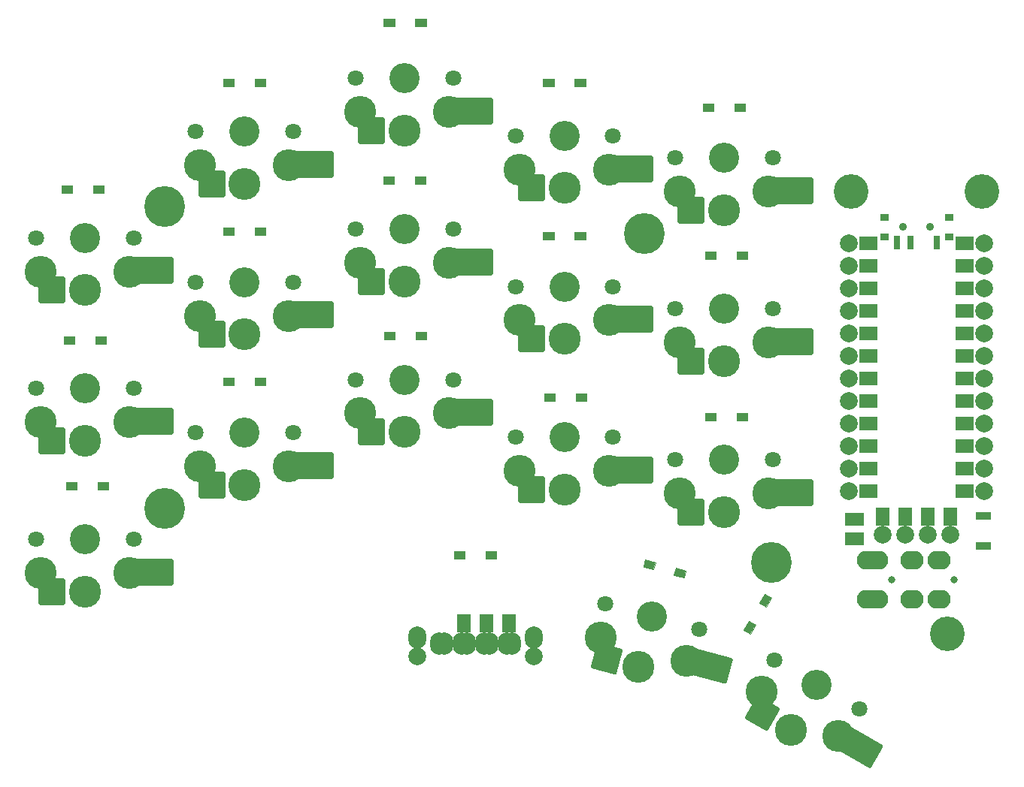
<source format=gts>
G04 #@! TF.GenerationSoftware,KiCad,Pcbnew,7.0.2-0*
G04 #@! TF.CreationDate,2023-07-28T20:14:38+02:00*
G04 #@! TF.ProjectId,arkenswoop,61726b65-6e73-4776-9f6f-702e6b696361,0.6.1*
G04 #@! TF.SameCoordinates,Original*
G04 #@! TF.FileFunction,Soldermask,Top*
G04 #@! TF.FilePolarity,Negative*
%FSLAX46Y46*%
G04 Gerber Fmt 4.6, Leading zero omitted, Abs format (unit mm)*
G04 Created by KiCad (PCBNEW 7.0.2-0) date 2023-07-28 20:14:38*
%MOMM*%
%LPD*%
G01*
G04 APERTURE LIST*
G04 Aperture macros list*
%AMRoundRect*
0 Rectangle with rounded corners*
0 $1 Rounding radius*
0 $2 $3 $4 $5 $6 $7 $8 $9 X,Y pos of 4 corners*
0 Add a 4 corners polygon primitive as box body*
4,1,4,$2,$3,$4,$5,$6,$7,$8,$9,$2,$3,0*
0 Add four circle primitives for the rounded corners*
1,1,$1+$1,$2,$3*
1,1,$1+$1,$4,$5*
1,1,$1+$1,$6,$7*
1,1,$1+$1,$8,$9*
0 Add four rect primitives between the rounded corners*
20,1,$1+$1,$2,$3,$4,$5,0*
20,1,$1+$1,$4,$5,$6,$7,0*
20,1,$1+$1,$6,$7,$8,$9,0*
20,1,$1+$1,$8,$9,$2,$3,0*%
%AMFreePoly0*
4,1,22,0.686777,0.580194,0.756366,0.524698,0.794986,0.444504,0.800000,0.400000,0.800000,0.200000,0.780194,0.113223,0.741421,0.058579,0.141421,-0.541421,0.066056,-0.588777,-0.022393,-0.598742,-0.106406,-0.569345,-0.141421,-0.541421,-0.741421,0.058579,-0.788777,0.133944,-0.800000,0.200000,-0.800000,0.400000,-0.780194,0.486777,-0.724698,0.556366,-0.644504,0.594986,-0.600000,0.600000,
0.600000,0.600000,0.686777,0.580194,0.686777,0.580194,$1*%
%AMFreePoly1*
4,1,26,0.706406,1.169345,0.769345,1.106406,0.798742,1.022393,0.800000,1.000000,0.800000,-0.250000,0.780194,-0.336777,0.724698,-0.406366,0.644504,-0.444986,0.600000,-0.450000,-0.600000,-0.450000,-0.686777,-0.430194,-0.756366,-0.374698,-0.794986,-0.294504,-0.800000,-0.250000,-0.800000,1.000000,-0.780194,1.086777,-0.724698,1.156366,-0.644504,1.194986,-0.555496,1.194986,-0.475302,1.156366,
-0.458579,1.141421,0.000000,0.682842,0.458579,1.141421,0.533944,1.188777,0.622393,1.198742,0.706406,1.169345,0.706406,1.169345,$1*%
G04 Aperture macros list end*
%ADD10C,0.100000*%
%ADD11C,2.000000*%
%ADD12FreePoly0,180.000000*%
%ADD13FreePoly1,180.000000*%
%ADD14FreePoly0,90.000000*%
%ADD15FreePoly0,270.000000*%
%ADD16FreePoly1,270.000000*%
%ADD17FreePoly1,90.000000*%
%ADD18C,0.900000*%
%ADD19C,3.900000*%
%ADD20C,0.800000*%
%ADD21O,2.600000X2.100000*%
%ADD22O,2.000000X2.500000*%
%ADD23C,1.800000*%
%ADD24C,3.600000*%
%ADD25C,3.400000*%
%ADD26RoundRect,0.200000X2.400000X-1.300000X2.400000X1.300000X-2.400000X1.300000X-2.400000X-1.300000X0*%
%ADD27RoundRect,0.200000X1.300000X-1.300000X1.300000X1.300000X-1.300000X1.300000X-1.300000X-1.300000X0*%
%ADD28RoundRect,0.200000X1.428461X-2.325833X2.728461X-0.074167X-1.428461X2.325833X-2.728461X0.074167X0*%
%ADD29RoundRect,0.200000X0.475833X-1.775833X1.775833X0.475833X-0.475833X1.775833X-1.775833X-0.475833X0*%
%ADD30RoundRect,0.200000X1.981757X-1.876869X2.654687X0.634538X-1.981757X1.876869X-2.654687X-0.634538X0*%
%ADD31RoundRect,0.200000X0.919239X-1.592168X1.592168X0.919239X-0.919239X1.592168X-1.592168X-0.919239X0*%
%ADD32C,4.600000*%
G04 APERTURE END LIST*
D10*
X166668438Y-119348911D02*
X165652438Y-119348911D01*
X165652438Y-118332911D01*
X166668438Y-118332911D01*
X166668438Y-119348911D01*
G36*
X166668438Y-119348911D02*
G01*
X165652438Y-119348911D01*
X165652438Y-118332911D01*
X166668438Y-118332911D01*
X166668438Y-119348911D01*
G37*
X161588438Y-119348911D02*
X160572438Y-119348911D01*
X160572438Y-118332911D01*
X161588438Y-118332911D01*
X161588438Y-119348911D01*
G36*
X161588438Y-119348911D02*
G01*
X160572438Y-119348911D01*
X160572438Y-118332911D01*
X161588438Y-118332911D01*
X161588438Y-119348911D01*
G37*
X164128438Y-119348911D02*
X163112438Y-119348911D01*
X163112438Y-118332911D01*
X164128438Y-118332911D01*
X164128438Y-119348911D01*
G36*
X164128438Y-119348911D02*
G01*
X163112438Y-119348911D01*
X163112438Y-118332911D01*
X164128438Y-118332911D01*
X164128438Y-119348911D01*
G37*
X169208438Y-119348911D02*
X168192438Y-119348911D01*
X168192438Y-118332911D01*
X169208438Y-118332911D01*
X169208438Y-119348911D01*
G36*
X169208438Y-119348911D02*
G01*
X168192438Y-119348911D01*
X168192438Y-118332911D01*
X169208438Y-118332911D01*
X169208438Y-119348911D01*
G37*
X173180034Y-118952819D02*
X171580034Y-118952819D01*
X171580034Y-118152819D01*
X173180034Y-118152819D01*
X173180034Y-118952819D01*
G36*
X173180034Y-118952819D02*
G01*
X171580034Y-118952819D01*
X171580034Y-118152819D01*
X173180034Y-118152819D01*
X173180034Y-118952819D01*
G37*
X173180034Y-122352819D02*
X171580034Y-122352819D01*
X171580034Y-121552819D01*
X173180034Y-121552819D01*
X173180034Y-122352819D01*
G36*
X173180034Y-122352819D02*
G01*
X171580034Y-122352819D01*
X171580034Y-121552819D01*
X173180034Y-121552819D01*
X173180034Y-122352819D01*
G37*
X158857431Y-119649964D02*
X156857431Y-119649964D01*
X156857431Y-118249964D01*
X158857431Y-118249964D01*
X158857431Y-119649964D01*
G36*
X158857431Y-119649964D02*
G01*
X156857431Y-119649964D01*
X156857431Y-118249964D01*
X158857431Y-118249964D01*
X158857431Y-119649964D01*
G37*
X158857431Y-121851406D02*
X156857431Y-121851406D01*
X156857431Y-120451406D01*
X158857431Y-120451406D01*
X158857431Y-121851406D01*
G36*
X158857431Y-121851406D02*
G01*
X156857431Y-121851406D01*
X156857431Y-120451406D01*
X158857431Y-120451406D01*
X158857431Y-121851406D01*
G37*
X159810259Y-103641222D02*
X158794259Y-103641222D01*
X158794259Y-102625222D01*
X159810259Y-102625222D01*
X159810259Y-103641222D01*
G36*
X159810259Y-103641222D02*
G01*
X158794259Y-103641222D01*
X158794259Y-102625222D01*
X159810259Y-102625222D01*
X159810259Y-103641222D01*
G37*
X170986259Y-103641222D02*
X169970259Y-103641222D01*
X169970259Y-102625222D01*
X170986259Y-102625222D01*
X170986259Y-103641222D01*
G36*
X170986259Y-103641222D02*
G01*
X169970259Y-103641222D01*
X169970259Y-102625222D01*
X170986259Y-102625222D01*
X170986259Y-103641222D01*
G37*
X159810259Y-108721222D02*
X158794259Y-108721222D01*
X158794259Y-107705222D01*
X159810259Y-107705222D01*
X159810259Y-108721222D01*
G36*
X159810259Y-108721222D02*
G01*
X158794259Y-108721222D01*
X158794259Y-107705222D01*
X159810259Y-107705222D01*
X159810259Y-108721222D01*
G37*
X170986259Y-88401222D02*
X169970259Y-88401222D01*
X169970259Y-87385222D01*
X170986259Y-87385222D01*
X170986259Y-88401222D01*
G36*
X170986259Y-88401222D02*
G01*
X169970259Y-88401222D01*
X169970259Y-87385222D01*
X170986259Y-87385222D01*
X170986259Y-88401222D01*
G37*
X159810259Y-113801222D02*
X158794259Y-113801222D01*
X158794259Y-112785222D01*
X159810259Y-112785222D01*
X159810259Y-113801222D01*
G36*
X159810259Y-113801222D02*
G01*
X158794259Y-113801222D01*
X158794259Y-112785222D01*
X159810259Y-112785222D01*
X159810259Y-113801222D01*
G37*
X159810259Y-101101222D02*
X158794259Y-101101222D01*
X158794259Y-100085222D01*
X159810259Y-100085222D01*
X159810259Y-101101222D01*
G36*
X159810259Y-101101222D02*
G01*
X158794259Y-101101222D01*
X158794259Y-100085222D01*
X159810259Y-100085222D01*
X159810259Y-101101222D01*
G37*
X170986259Y-113801222D02*
X169970259Y-113801222D01*
X169970259Y-112785222D01*
X170986259Y-112785222D01*
X170986259Y-113801222D01*
G36*
X170986259Y-113801222D02*
G01*
X169970259Y-113801222D01*
X169970259Y-112785222D01*
X170986259Y-112785222D01*
X170986259Y-113801222D01*
G37*
X170986259Y-106181222D02*
X169970259Y-106181222D01*
X169970259Y-105165222D01*
X170986259Y-105165222D01*
X170986259Y-106181222D01*
G36*
X170986259Y-106181222D02*
G01*
X169970259Y-106181222D01*
X169970259Y-105165222D01*
X170986259Y-105165222D01*
X170986259Y-106181222D01*
G37*
X159810259Y-116341222D02*
X158794259Y-116341222D01*
X158794259Y-115325222D01*
X159810259Y-115325222D01*
X159810259Y-116341222D01*
G36*
X159810259Y-116341222D02*
G01*
X158794259Y-116341222D01*
X158794259Y-115325222D01*
X159810259Y-115325222D01*
X159810259Y-116341222D01*
G37*
X159810259Y-111261222D02*
X158794259Y-111261222D01*
X158794259Y-110245222D01*
X159810259Y-110245222D01*
X159810259Y-111261222D01*
G36*
X159810259Y-111261222D02*
G01*
X158794259Y-111261222D01*
X158794259Y-110245222D01*
X159810259Y-110245222D01*
X159810259Y-111261222D01*
G37*
X170986259Y-116341222D02*
X169970259Y-116341222D01*
X169970259Y-115325222D01*
X170986259Y-115325222D01*
X170986259Y-116341222D01*
G36*
X170986259Y-116341222D02*
G01*
X169970259Y-116341222D01*
X169970259Y-115325222D01*
X170986259Y-115325222D01*
X170986259Y-116341222D01*
G37*
X170986259Y-90941222D02*
X169970259Y-90941222D01*
X169970259Y-89925222D01*
X170986259Y-89925222D01*
X170986259Y-90941222D01*
G36*
X170986259Y-90941222D02*
G01*
X169970259Y-90941222D01*
X169970259Y-89925222D01*
X170986259Y-89925222D01*
X170986259Y-90941222D01*
G37*
X170986259Y-93481222D02*
X169970259Y-93481222D01*
X169970259Y-92465222D01*
X170986259Y-92465222D01*
X170986259Y-93481222D01*
G36*
X170986259Y-93481222D02*
G01*
X169970259Y-93481222D01*
X169970259Y-92465222D01*
X170986259Y-92465222D01*
X170986259Y-93481222D01*
G37*
X159810259Y-98561222D02*
X158794259Y-98561222D01*
X158794259Y-97545222D01*
X159810259Y-97545222D01*
X159810259Y-98561222D01*
G36*
X159810259Y-98561222D02*
G01*
X158794259Y-98561222D01*
X158794259Y-97545222D01*
X159810259Y-97545222D01*
X159810259Y-98561222D01*
G37*
X159810259Y-106181222D02*
X158794259Y-106181222D01*
X158794259Y-105165222D01*
X159810259Y-105165222D01*
X159810259Y-106181222D01*
G36*
X159810259Y-106181222D02*
G01*
X158794259Y-106181222D01*
X158794259Y-105165222D01*
X159810259Y-105165222D01*
X159810259Y-106181222D01*
G37*
X170986259Y-111261222D02*
X169970259Y-111261222D01*
X169970259Y-110245222D01*
X170986259Y-110245222D01*
X170986259Y-111261222D01*
G36*
X170986259Y-111261222D02*
G01*
X169970259Y-111261222D01*
X169970259Y-110245222D01*
X170986259Y-110245222D01*
X170986259Y-111261222D01*
G37*
X159810259Y-93481222D02*
X158794259Y-93481222D01*
X158794259Y-92465222D01*
X159810259Y-92465222D01*
X159810259Y-93481222D01*
G36*
X159810259Y-93481222D02*
G01*
X158794259Y-93481222D01*
X158794259Y-92465222D01*
X159810259Y-92465222D01*
X159810259Y-93481222D01*
G37*
X170986259Y-108721222D02*
X169970259Y-108721222D01*
X169970259Y-107705222D01*
X170986259Y-107705222D01*
X170986259Y-108721222D01*
G36*
X170986259Y-108721222D02*
G01*
X169970259Y-108721222D01*
X169970259Y-107705222D01*
X170986259Y-107705222D01*
X170986259Y-108721222D01*
G37*
X159810259Y-90941222D02*
X158794259Y-90941222D01*
X158794259Y-89925222D01*
X159810259Y-89925222D01*
X159810259Y-90941222D01*
G36*
X159810259Y-90941222D02*
G01*
X158794259Y-90941222D01*
X158794259Y-89925222D01*
X159810259Y-89925222D01*
X159810259Y-90941222D01*
G37*
X170986259Y-98561222D02*
X169970259Y-98561222D01*
X169970259Y-97545222D01*
X170986259Y-97545222D01*
X170986259Y-98561222D01*
G36*
X170986259Y-98561222D02*
G01*
X169970259Y-98561222D01*
X169970259Y-97545222D01*
X170986259Y-97545222D01*
X170986259Y-98561222D01*
G37*
X159810259Y-96021222D02*
X158794259Y-96021222D01*
X158794259Y-95005222D01*
X159810259Y-95005222D01*
X159810259Y-96021222D01*
G36*
X159810259Y-96021222D02*
G01*
X158794259Y-96021222D01*
X158794259Y-95005222D01*
X159810259Y-95005222D01*
X159810259Y-96021222D01*
G37*
X170986259Y-96021222D02*
X169970259Y-96021222D01*
X169970259Y-95005222D01*
X170986259Y-95005222D01*
X170986259Y-96021222D01*
G36*
X170986259Y-96021222D02*
G01*
X169970259Y-96021222D01*
X169970259Y-95005222D01*
X170986259Y-95005222D01*
X170986259Y-96021222D01*
G37*
X170986259Y-101101222D02*
X169970259Y-101101222D01*
X169970259Y-100085222D01*
X170986259Y-100085222D01*
X170986259Y-101101222D01*
G36*
X170986259Y-101101222D02*
G01*
X169970259Y-101101222D01*
X169970259Y-100085222D01*
X170986259Y-100085222D01*
X170986259Y-101101222D01*
G37*
X159810259Y-88401222D02*
X158794259Y-88401222D01*
X158794259Y-87385222D01*
X159810259Y-87385222D01*
X159810259Y-88401222D01*
G36*
X159810259Y-88401222D02*
G01*
X158794259Y-88401222D01*
X158794259Y-87385222D01*
X159810259Y-87385222D01*
X159810259Y-88401222D01*
G37*
X168990258Y-85250219D02*
X168090258Y-85250219D01*
X168090258Y-84550219D01*
X168990258Y-84550219D01*
X168990258Y-85250219D01*
G36*
X168990258Y-85250219D02*
G01*
X168090258Y-85250219D01*
X168090258Y-84550219D01*
X168990258Y-84550219D01*
X168990258Y-85250219D01*
G37*
X168990258Y-87450219D02*
X168090258Y-87450219D01*
X168090258Y-86750219D01*
X168990258Y-86750219D01*
X168990258Y-87450219D01*
G36*
X168990258Y-87450219D02*
G01*
X168090258Y-87450219D01*
X168090258Y-86750219D01*
X168990258Y-86750219D01*
X168990258Y-87450219D01*
G37*
X167440258Y-88450219D02*
X166840258Y-88450219D01*
X166840258Y-87050219D01*
X167440258Y-87050219D01*
X167440258Y-88450219D01*
G36*
X167440258Y-88450219D02*
G01*
X166840258Y-88450219D01*
X166840258Y-87050219D01*
X167440258Y-87050219D01*
X167440258Y-88450219D01*
G37*
X162940258Y-88450219D02*
X162340258Y-88450219D01*
X162340258Y-87050219D01*
X162940258Y-87050219D01*
X162940258Y-88450219D01*
G36*
X162940258Y-88450219D02*
G01*
X162340258Y-88450219D01*
X162340258Y-87050219D01*
X162940258Y-87050219D01*
X162940258Y-88450219D01*
G37*
X161690258Y-85250219D02*
X160790258Y-85250219D01*
X160790258Y-84550219D01*
X161690258Y-84550219D01*
X161690258Y-85250219D01*
G36*
X161690258Y-85250219D02*
G01*
X160790258Y-85250219D01*
X160790258Y-84550219D01*
X161690258Y-84550219D01*
X161690258Y-85250219D01*
G37*
X164440258Y-88450219D02*
X163840258Y-88450219D01*
X163840258Y-87050219D01*
X164440258Y-87050219D01*
X164440258Y-88450219D01*
G36*
X164440258Y-88450219D02*
G01*
X163840258Y-88450219D01*
X163840258Y-87050219D01*
X164440258Y-87050219D01*
X164440258Y-88450219D01*
G37*
X161690258Y-87450219D02*
X160790258Y-87450219D01*
X160790258Y-86750219D01*
X161690258Y-86750219D01*
X161690258Y-87450219D01*
G36*
X161690258Y-87450219D02*
G01*
X160790258Y-87450219D01*
X160790258Y-86750219D01*
X161690258Y-86750219D01*
X161690258Y-87450219D01*
G37*
X109650000Y-63425000D02*
X108450000Y-63425000D01*
X108450000Y-62575000D01*
X109650000Y-62575000D01*
X109650000Y-63425000D01*
G36*
X109650000Y-63425000D02*
G01*
X108450000Y-63425000D01*
X108450000Y-62575000D01*
X109650000Y-62575000D01*
X109650000Y-63425000D01*
G37*
X106100000Y-63425000D02*
X104900000Y-63425000D01*
X104900000Y-62575000D01*
X106100000Y-62575000D01*
X106100000Y-63425000D01*
G36*
X106100000Y-63425000D02*
G01*
X104900000Y-63425000D01*
X104900000Y-62575000D01*
X106100000Y-62575000D01*
X106100000Y-63425000D01*
G37*
X73600000Y-99175000D02*
X72400000Y-99175000D01*
X72400000Y-98325000D01*
X73600000Y-98325000D01*
X73600000Y-99175000D01*
G36*
X73600000Y-99175000D02*
G01*
X72400000Y-99175000D01*
X72400000Y-98325000D01*
X73600000Y-98325000D01*
X73600000Y-99175000D01*
G37*
X70050000Y-99175000D02*
X68850000Y-99175000D01*
X68850000Y-98325000D01*
X70050000Y-98325000D01*
X70050000Y-99175000D01*
G36*
X70050000Y-99175000D02*
G01*
X68850000Y-99175000D01*
X68850000Y-98325000D01*
X70050000Y-98325000D01*
X70050000Y-99175000D01*
G37*
X73350000Y-82175000D02*
X72150000Y-82175000D01*
X72150000Y-81325000D01*
X73350000Y-81325000D01*
X73350000Y-82175000D01*
G36*
X73350000Y-82175000D02*
G01*
X72150000Y-82175000D01*
X72150000Y-81325000D01*
X73350000Y-81325000D01*
X73350000Y-82175000D01*
G37*
X69800000Y-82175000D02*
X68600000Y-82175000D01*
X68600000Y-81325000D01*
X69800000Y-81325000D01*
X69800000Y-82175000D01*
G36*
X69800000Y-82175000D02*
G01*
X68600000Y-82175000D01*
X68600000Y-81325000D01*
X69800000Y-81325000D01*
X69800000Y-82175000D01*
G37*
X145850000Y-107825000D02*
X144650000Y-107825000D01*
X144650000Y-106975000D01*
X145850000Y-106975000D01*
X145850000Y-107825000D01*
G36*
X145850000Y-107825000D02*
G01*
X144650000Y-107825000D01*
X144650000Y-106975000D01*
X145850000Y-106975000D01*
X145850000Y-107825000D01*
G37*
X142300000Y-107825000D02*
X141100000Y-107825000D01*
X141100000Y-106975000D01*
X142300000Y-106975000D01*
X142300000Y-107825000D01*
G36*
X142300000Y-107825000D02*
G01*
X141100000Y-107825000D01*
X141100000Y-106975000D01*
X142300000Y-106975000D01*
X142300000Y-107825000D01*
G37*
X127600000Y-70175000D02*
X126400000Y-70175000D01*
X126400000Y-69325000D01*
X127600000Y-69325000D01*
X127600000Y-70175000D01*
G36*
X127600000Y-70175000D02*
G01*
X126400000Y-70175000D01*
X126400000Y-69325000D01*
X127600000Y-69325000D01*
X127600000Y-70175000D01*
G37*
X124050000Y-70175000D02*
X122850000Y-70175000D01*
X122850000Y-69325000D01*
X124050000Y-69325000D01*
X124050000Y-70175000D01*
G36*
X124050000Y-70175000D02*
G01*
X122850000Y-70175000D01*
X122850000Y-69325000D01*
X124050000Y-69325000D01*
X124050000Y-70175000D01*
G37*
X109625000Y-81175000D02*
X108425000Y-81175000D01*
X108425000Y-80325000D01*
X109625000Y-80325000D01*
X109625000Y-81175000D01*
G36*
X109625000Y-81175000D02*
G01*
X108425000Y-81175000D01*
X108425000Y-80325000D01*
X109625000Y-80325000D01*
X109625000Y-81175000D01*
G37*
X106075000Y-81175000D02*
X104875000Y-81175000D01*
X104875000Y-80325000D01*
X106075000Y-80325000D01*
X106075000Y-81175000D01*
G36*
X106075000Y-81175000D02*
G01*
X104875000Y-81175000D01*
X104875000Y-80325000D01*
X106075000Y-80325000D01*
X106075000Y-81175000D01*
G37*
X127600000Y-87425000D02*
X126400000Y-87425000D01*
X126400000Y-86575000D01*
X127600000Y-86575000D01*
X127600000Y-87425000D01*
G36*
X127600000Y-87425000D02*
G01*
X126400000Y-87425000D01*
X126400000Y-86575000D01*
X127600000Y-86575000D01*
X127600000Y-87425000D01*
G37*
X124050000Y-87425000D02*
X122850000Y-87425000D01*
X122850000Y-86575000D01*
X124050000Y-86575000D01*
X124050000Y-87425000D01*
G36*
X124050000Y-87425000D02*
G01*
X122850000Y-87425000D01*
X122850000Y-86575000D01*
X124050000Y-86575000D01*
X124050000Y-87425000D01*
G37*
X145600000Y-72925000D02*
X144400000Y-72925000D01*
X144400000Y-72075000D01*
X145600000Y-72075000D01*
X145600000Y-72925000D01*
G36*
X145600000Y-72925000D02*
G01*
X144400000Y-72925000D01*
X144400000Y-72075000D01*
X145600000Y-72075000D01*
X145600000Y-72925000D01*
G37*
X142050000Y-72925000D02*
X140850000Y-72925000D01*
X140850000Y-72075000D01*
X142050000Y-72075000D01*
X142050000Y-72925000D01*
G36*
X142050000Y-72925000D02*
G01*
X140850000Y-72925000D01*
X140850000Y-72075000D01*
X142050000Y-72075000D01*
X142050000Y-72925000D01*
G37*
X73900000Y-115675000D02*
X72700000Y-115675000D01*
X72700000Y-114825000D01*
X73900000Y-114825000D01*
X73900000Y-115675000D01*
G36*
X73900000Y-115675000D02*
G01*
X72700000Y-115675000D01*
X72700000Y-114825000D01*
X73900000Y-114825000D01*
X73900000Y-115675000D01*
G37*
X70350000Y-115675000D02*
X69150000Y-115675000D01*
X69150000Y-114825000D01*
X70350000Y-114825000D01*
X70350000Y-115675000D01*
G36*
X70350000Y-115675000D02*
G01*
X69150000Y-115675000D01*
X69150000Y-114825000D01*
X70350000Y-114825000D01*
X70350000Y-115675000D01*
G37*
X127700400Y-105675000D02*
X126500400Y-105675000D01*
X126500400Y-104825000D01*
X127700400Y-104825000D01*
X127700400Y-105675000D01*
G36*
X127700400Y-105675000D02*
G01*
X126500400Y-105675000D01*
X126500400Y-104825000D01*
X127700400Y-104825000D01*
X127700400Y-105675000D01*
G37*
X124150400Y-105675000D02*
X122950400Y-105675000D01*
X122950400Y-104825000D01*
X124150400Y-104825000D01*
X124150400Y-105675000D01*
G36*
X124150400Y-105675000D02*
G01*
X122950400Y-105675000D01*
X122950400Y-104825000D01*
X124150400Y-104825000D01*
X124150400Y-105675000D01*
G37*
X117600000Y-123425000D02*
X116400000Y-123425000D01*
X116400000Y-122575000D01*
X117600000Y-122575000D01*
X117600000Y-123425000D01*
G36*
X117600000Y-123425000D02*
G01*
X116400000Y-123425000D01*
X116400000Y-122575000D01*
X117600000Y-122575000D01*
X117600000Y-123425000D01*
G37*
X114050000Y-123425000D02*
X112850000Y-123425000D01*
X112850000Y-122575000D01*
X114050000Y-122575000D01*
X114050000Y-123425000D01*
G36*
X114050000Y-123425000D02*
G01*
X112850000Y-123425000D01*
X112850000Y-122575000D01*
X114050000Y-122575000D01*
X114050000Y-123425000D01*
G37*
X91600000Y-86925000D02*
X90400000Y-86925000D01*
X90400000Y-86075000D01*
X91600000Y-86075000D01*
X91600000Y-86925000D01*
G36*
X91600000Y-86925000D02*
G01*
X90400000Y-86925000D01*
X90400000Y-86075000D01*
X91600000Y-86075000D01*
X91600000Y-86925000D01*
G37*
X88050000Y-86925000D02*
X86850000Y-86925000D01*
X86850000Y-86075000D01*
X88050000Y-86075000D01*
X88050000Y-86925000D01*
G36*
X88050000Y-86925000D02*
G01*
X86850000Y-86925000D01*
X86850000Y-86075000D01*
X88050000Y-86075000D01*
X88050000Y-86925000D01*
G37*
X91600000Y-103875000D02*
X90400000Y-103875000D01*
X90400000Y-103025000D01*
X91600000Y-103025000D01*
X91600000Y-103875000D01*
G36*
X91600000Y-103875000D02*
G01*
X90400000Y-103875000D01*
X90400000Y-103025000D01*
X91600000Y-103025000D01*
X91600000Y-103875000D01*
G37*
X88050000Y-103875000D02*
X86850000Y-103875000D01*
X86850000Y-103025000D01*
X88050000Y-103025000D01*
X88050000Y-103875000D01*
G36*
X88050000Y-103875000D02*
G01*
X86850000Y-103875000D01*
X86850000Y-103025000D01*
X88050000Y-103025000D01*
X88050000Y-103875000D01*
G37*
X109700400Y-98675000D02*
X108500400Y-98675000D01*
X108500400Y-97825000D01*
X109700400Y-97825000D01*
X109700400Y-98675000D01*
G36*
X109700400Y-98675000D02*
G01*
X108500400Y-98675000D01*
X108500400Y-97825000D01*
X109700400Y-97825000D01*
X109700400Y-98675000D01*
G37*
X106150400Y-98675000D02*
X104950400Y-98675000D01*
X104950400Y-97825000D01*
X106150400Y-97825000D01*
X106150400Y-98675000D01*
G36*
X106150400Y-98675000D02*
G01*
X104950400Y-98675000D01*
X104950400Y-97825000D01*
X106150400Y-97825000D01*
X106150400Y-98675000D01*
G37*
X91600000Y-70175000D02*
X90400000Y-70175000D01*
X90400000Y-69325000D01*
X91600000Y-69325000D01*
X91600000Y-70175000D01*
G36*
X91600000Y-70175000D02*
G01*
X90400000Y-70175000D01*
X90400000Y-69325000D01*
X91600000Y-69325000D01*
X91600000Y-70175000D01*
G37*
X88050000Y-70175000D02*
X86850000Y-70175000D01*
X86850000Y-69325000D01*
X88050000Y-69325000D01*
X88050000Y-70175000D01*
G36*
X88050000Y-70175000D02*
G01*
X86850000Y-70175000D01*
X86850000Y-69325000D01*
X88050000Y-69325000D01*
X88050000Y-70175000D01*
G37*
X148543061Y-127818495D02*
X147943061Y-128857725D01*
X147206939Y-128432725D01*
X147806939Y-127393495D01*
X148543061Y-127818495D01*
G36*
X148543061Y-127818495D02*
G01*
X147943061Y-128857725D01*
X147206939Y-128432725D01*
X147806939Y-127393495D01*
X148543061Y-127818495D01*
G37*
X146768061Y-130892885D02*
X146168061Y-131932115D01*
X145431939Y-131507115D01*
X146031939Y-130467885D01*
X146768061Y-130892885D01*
G36*
X146768061Y-130892885D02*
G01*
X146168061Y-131932115D01*
X145431939Y-131507115D01*
X146031939Y-130467885D01*
X146768061Y-130892885D01*
G37*
X138939554Y-124744773D02*
X138719558Y-125565810D01*
X137560447Y-125255227D01*
X137780443Y-124434190D01*
X138939554Y-124744773D01*
G36*
X138939554Y-124744773D02*
G01*
X138719558Y-125565810D01*
X137560447Y-125255227D01*
X137780443Y-124434190D01*
X138939554Y-124744773D01*
G37*
X135510517Y-123825965D02*
X135290521Y-124647002D01*
X134131410Y-124336419D01*
X134351406Y-123515382D01*
X135510517Y-123825965D01*
G36*
X135510517Y-123825965D02*
G01*
X135290521Y-124647002D01*
X134131410Y-124336419D01*
X134351406Y-123515382D01*
X135510517Y-123825965D01*
G37*
X145850000Y-89675000D02*
X144650000Y-89675000D01*
X144650000Y-88825000D01*
X145850000Y-88825000D01*
X145850000Y-89675000D01*
G36*
X145850000Y-89675000D02*
G01*
X144650000Y-89675000D01*
X144650000Y-88825000D01*
X145850000Y-88825000D01*
X145850000Y-89675000D01*
G37*
X142300000Y-89675000D02*
X141100000Y-89675000D01*
X141100000Y-88825000D01*
X142300000Y-88825000D01*
X142300000Y-89675000D01*
G36*
X142300000Y-89675000D02*
G01*
X141100000Y-89675000D01*
X141100000Y-88825000D01*
X142300000Y-88825000D01*
X142300000Y-89675000D01*
G37*
X119553509Y-131354624D02*
X118537509Y-131354624D01*
X118537509Y-130338624D01*
X119553509Y-130338624D01*
X119553509Y-131354624D01*
G36*
X119553509Y-131354624D02*
G01*
X118537509Y-131354624D01*
X118537509Y-130338624D01*
X119553509Y-130338624D01*
X119553509Y-131354624D01*
G37*
X117013509Y-131354624D02*
X115997509Y-131354624D01*
X115997509Y-130338624D01*
X117013509Y-130338624D01*
X117013509Y-131354624D01*
G36*
X117013509Y-131354624D02*
G01*
X115997509Y-131354624D01*
X115997509Y-130338624D01*
X117013509Y-130338624D01*
X117013509Y-131354624D01*
G37*
X114473509Y-131354624D02*
X113457509Y-131354624D01*
X113457509Y-130338624D01*
X114473509Y-130338624D01*
X114473509Y-131354624D01*
G36*
X114473509Y-131354624D02*
G01*
X113457509Y-131354624D01*
X113457509Y-130338624D01*
X114473509Y-130338624D01*
X114473509Y-131354624D01*
G37*
D11*
X161080438Y-120752911D03*
D12*
X166160438Y-119094911D03*
X168700438Y-119094911D03*
D11*
X163620438Y-120752911D03*
X166160438Y-120752911D03*
D12*
X163620438Y-119094911D03*
D11*
X168700438Y-120752911D03*
D12*
X161080438Y-119094911D03*
D13*
X168700438Y-118078911D03*
X166160438Y-118078911D03*
X163620438Y-118078911D03*
X161080438Y-118078911D03*
D11*
X172510259Y-105673222D03*
X157270259Y-92973222D03*
D14*
X159048259Y-87893222D03*
X159048259Y-110753222D03*
D11*
X157270259Y-113293222D03*
D14*
X159048259Y-95513222D03*
X159048259Y-90433222D03*
D11*
X157270259Y-100593222D03*
D15*
X170732259Y-115833222D03*
X170732259Y-100593222D03*
D14*
X159048259Y-113293222D03*
D11*
X157270259Y-103133222D03*
D14*
X159048259Y-100593222D03*
D11*
X172510259Y-87893222D03*
X172510259Y-115833222D03*
X172510259Y-110753222D03*
D15*
X170732259Y-103133222D03*
X170732259Y-105673222D03*
D14*
X159048259Y-115833222D03*
D11*
X172510259Y-103133222D03*
X157270259Y-87893222D03*
X157270259Y-110753222D03*
D14*
X159048259Y-98053222D03*
D15*
X170732259Y-98053222D03*
X170732259Y-113293222D03*
D11*
X157270259Y-98053222D03*
X172510259Y-90433222D03*
X172510259Y-100593222D03*
D15*
X170732259Y-110753222D03*
D14*
X159048259Y-105673222D03*
D11*
X172510259Y-108213222D03*
X172510259Y-95513222D03*
X157270259Y-108213222D03*
X157270259Y-115833222D03*
D15*
X170732259Y-95513222D03*
D11*
X157270259Y-90433222D03*
X157270259Y-105673222D03*
D15*
X170732259Y-90433222D03*
X170732259Y-87893222D03*
X170732259Y-108213222D03*
D11*
X172510259Y-113293222D03*
D14*
X159048259Y-103133222D03*
D11*
X172510259Y-92973222D03*
D14*
X159048259Y-108213222D03*
D11*
X172510259Y-98053222D03*
X157270259Y-95513222D03*
D15*
X170732259Y-92973222D03*
D14*
X159048259Y-92973222D03*
D16*
X169716259Y-87893222D03*
X169716259Y-90433222D03*
X169716259Y-92973222D03*
X169716259Y-95513222D03*
X169716259Y-98053222D03*
X169716259Y-100593222D03*
X169716259Y-103133222D03*
X169716259Y-105673222D03*
X169716259Y-108213222D03*
X169716259Y-110753222D03*
X169716259Y-113293222D03*
X169716259Y-115833222D03*
D17*
X160064259Y-115833222D03*
X160064259Y-113293222D03*
X160064259Y-110753222D03*
X160064259Y-108213222D03*
X160064259Y-105673222D03*
X160064259Y-103133222D03*
X160064259Y-100593222D03*
X160064259Y-98053222D03*
X160064259Y-95513222D03*
X160064259Y-92973222D03*
X160064259Y-90433222D03*
X160064259Y-87893222D03*
D18*
X163390258Y-86000219D03*
X166390258Y-86000219D03*
X166390258Y-86000219D03*
X163390258Y-86000219D03*
D19*
X172281378Y-81999725D03*
X157500056Y-82000182D03*
X168386407Y-131897959D03*
D20*
X169104707Y-125824920D03*
X162104707Y-125824920D03*
D21*
X159504707Y-128024920D03*
X159504707Y-123624920D03*
X167404707Y-128024920D03*
X167404707Y-123624920D03*
X164404707Y-128024920D03*
X164404707Y-123624920D03*
X160404707Y-128024920D03*
X160404707Y-123624920D03*
D22*
X119307509Y-132975624D03*
X111163509Y-132975624D03*
X116767509Y-132975624D03*
D12*
X113965509Y-131100624D03*
X119045509Y-131100624D03*
D22*
X116243509Y-132975624D03*
X118783509Y-132975624D03*
X111687509Y-132975624D03*
D12*
X116505509Y-131100624D03*
D22*
X113703509Y-132975624D03*
X114227509Y-132975624D03*
D13*
X119045509Y-130084624D03*
X116505509Y-130084624D03*
X113965509Y-130084624D03*
D11*
X121783509Y-134450624D03*
X108687509Y-134450624D03*
D22*
X121783509Y-132350624D03*
X108687509Y-132350624D03*
D23*
X101729546Y-103239471D03*
D24*
X102229546Y-107039471D03*
D25*
X107229546Y-103239471D03*
D24*
X107229546Y-109139471D03*
X112229546Y-107039471D03*
D23*
X112729546Y-103239471D03*
D26*
X114629546Y-106939471D03*
D27*
X103529546Y-109139471D03*
D23*
X148903370Y-134868092D03*
D24*
X147436383Y-138408989D03*
D25*
X153666510Y-137618092D03*
D24*
X150716510Y-142727642D03*
X156096637Y-143408989D03*
D23*
X158429650Y-140368092D03*
D28*
X158225098Y-144522386D03*
D29*
X147512216Y-140877642D03*
D23*
X65729542Y-121239972D03*
D24*
X66229542Y-125039972D03*
D25*
X71229542Y-121239972D03*
D24*
X71229542Y-127139972D03*
X76229542Y-125039972D03*
D23*
X76729542Y-121239972D03*
D26*
X78629542Y-124939972D03*
D27*
X67529542Y-127139972D03*
D23*
X119728544Y-92739470D03*
D24*
X120228544Y-96539470D03*
D25*
X125228544Y-92739470D03*
D24*
X125228544Y-98639470D03*
X130228544Y-96539470D03*
D23*
X130728544Y-92739470D03*
D26*
X132628544Y-96439470D03*
D27*
X121528544Y-98639470D03*
D23*
X137729546Y-95239475D03*
D24*
X138229546Y-99039475D03*
D25*
X143229546Y-95239475D03*
D24*
X143229546Y-101139475D03*
X148229546Y-99039475D03*
D23*
X148729546Y-95239475D03*
D26*
X150629546Y-98939475D03*
D27*
X139529546Y-101139475D03*
D23*
X65729542Y-87239972D03*
D24*
X66229542Y-91039972D03*
D25*
X71229542Y-87239972D03*
D24*
X71229542Y-93139972D03*
X76229542Y-91039972D03*
D23*
X76729542Y-87239972D03*
D26*
X78629542Y-90939972D03*
D27*
X67529542Y-93139972D03*
D23*
X83729547Y-109239974D03*
D24*
X84229547Y-113039974D03*
D25*
X89229547Y-109239974D03*
D24*
X89229547Y-115139974D03*
X94229547Y-113039974D03*
D23*
X94729547Y-109239974D03*
D26*
X96629547Y-112939974D03*
D27*
X85529547Y-115139974D03*
D23*
X101729543Y-69239473D03*
D24*
X102229543Y-73039473D03*
D25*
X107229543Y-69239473D03*
D24*
X107229543Y-75139473D03*
X112229543Y-73039473D03*
D23*
X112729543Y-69239473D03*
D26*
X114629543Y-72939473D03*
D27*
X103529543Y-75139473D03*
D23*
X137729546Y-78239472D03*
D24*
X138229546Y-82039472D03*
D25*
X143229546Y-78239472D03*
D24*
X143229546Y-84139472D03*
X148229546Y-82039472D03*
D23*
X148729546Y-78239472D03*
D26*
X150629546Y-81939472D03*
D27*
X139529546Y-84139472D03*
D23*
X65729542Y-104239972D03*
D24*
X66229542Y-108039972D03*
D25*
X71229542Y-104239972D03*
D24*
X71229542Y-110139972D03*
X76229542Y-108039972D03*
D23*
X76729542Y-104239972D03*
D26*
X78629542Y-107939972D03*
D27*
X67529542Y-110139972D03*
D23*
X119728544Y-109739471D03*
D24*
X120228544Y-113539471D03*
D25*
X125228544Y-109739471D03*
D24*
X125228544Y-115639471D03*
X130228544Y-113539471D03*
D23*
X130728544Y-109739471D03*
D26*
X132628544Y-113439471D03*
D27*
X121528544Y-115639471D03*
D23*
X83729547Y-92239968D03*
D24*
X84229547Y-96039968D03*
D25*
X89229547Y-92239968D03*
D24*
X89229547Y-98139968D03*
X94229547Y-96039968D03*
D23*
X94729547Y-92239968D03*
D26*
X96629547Y-95939968D03*
D27*
X85529547Y-98139968D03*
D23*
X119728547Y-75739475D03*
D24*
X120228547Y-79539475D03*
D25*
X125228547Y-75739475D03*
D24*
X125228547Y-81639475D03*
X130228547Y-79539475D03*
D23*
X130728547Y-75739475D03*
D26*
X132628547Y-79439475D03*
D27*
X121528547Y-81639475D03*
D23*
X129815995Y-128515667D03*
D24*
X129315445Y-132315595D03*
D25*
X135128587Y-129939172D03*
D24*
X133601555Y-135638134D03*
X138974704Y-134903785D03*
D23*
X140441179Y-131362677D03*
D30*
X141318808Y-135428358D03*
D31*
X130027629Y-134680504D03*
D23*
X101729546Y-86239470D03*
D24*
X102229546Y-90039470D03*
D25*
X107229546Y-86239470D03*
D24*
X107229546Y-92139470D03*
X112229546Y-90039470D03*
D23*
X112729546Y-86239470D03*
D26*
X114629546Y-89939470D03*
D27*
X103529546Y-92139470D03*
D23*
X137729549Y-112239469D03*
D24*
X138229549Y-116039469D03*
D25*
X143229549Y-112239469D03*
D24*
X143229549Y-118139469D03*
X148229549Y-116039469D03*
D23*
X148729549Y-112239469D03*
D26*
X150629549Y-115939469D03*
D27*
X139529549Y-118139469D03*
D23*
X83729545Y-75239973D03*
D24*
X84229545Y-79039973D03*
D25*
X89229545Y-75239973D03*
D24*
X89229545Y-81139973D03*
X94229545Y-79039973D03*
D23*
X94729545Y-75239973D03*
D26*
X96629545Y-78939973D03*
D27*
X85529545Y-81139973D03*
D32*
X134228545Y-86750000D03*
X80250000Y-83750000D03*
X80250000Y-117750000D03*
X148510701Y-123849903D03*
M02*

</source>
